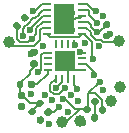
<source format=gbl>
G04 #@! TF.GenerationSoftware,KiCad,Pcbnew,(5.1.7)-1*
G04 #@! TF.CreationDate,2021-10-31T20:58:24-07:00*
G04 #@! TF.ProjectId,tiny_trollerV2,74696e79-5f74-4726-9f6c-6c657256322e,rev?*
G04 #@! TF.SameCoordinates,Original*
G04 #@! TF.FileFunction,Copper,L4,Bot*
G04 #@! TF.FilePolarity,Positive*
%FSLAX46Y46*%
G04 Gerber Fmt 4.6, Leading zero omitted, Abs format (unit mm)*
G04 Created by KiCad (PCBNEW (5.1.7)-1) date 2021-10-31 20:58:24*
%MOMM*%
%LPD*%
G01*
G04 APERTURE LIST*
G04 #@! TA.AperFunction,SMDPad,CuDef*
%ADD10C,1.000000*%
G04 #@! TD*
G04 #@! TA.AperFunction,SMDPad,CuDef*
%ADD11R,0.254000X0.711200*%
G04 #@! TD*
G04 #@! TA.AperFunction,SMDPad,CuDef*
%ADD12R,0.711200X0.254000*%
G04 #@! TD*
G04 #@! TA.AperFunction,SMDPad,CuDef*
%ADD13R,1.701800X1.701800*%
G04 #@! TD*
G04 #@! TA.AperFunction,SMDPad,CuDef*
%ADD14R,0.757199X0.254800*%
G04 #@! TD*
G04 #@! TA.AperFunction,SMDPad,CuDef*
%ADD15R,1.803400X2.590800*%
G04 #@! TD*
G04 #@! TA.AperFunction,ViaPad*
%ADD16C,0.600000*%
G04 #@! TD*
G04 #@! TA.AperFunction,Conductor*
%ADD17C,0.152400*%
G04 #@! TD*
G04 APERTURE END LIST*
G04 #@! TA.AperFunction,SMDPad,CuDef*
G36*
G01*
X160057500Y-107091300D02*
X160057500Y-106751300D01*
G75*
G02*
X160197500Y-106611300I140000J0D01*
G01*
X160477500Y-106611300D01*
G75*
G02*
X160617500Y-106751300I0J-140000D01*
G01*
X160617500Y-107091300D01*
G75*
G02*
X160477500Y-107231300I-140000J0D01*
G01*
X160197500Y-107231300D01*
G75*
G02*
X160057500Y-107091300I0J140000D01*
G01*
G37*
G04 #@! TD.AperFunction*
G04 #@! TA.AperFunction,SMDPad,CuDef*
G36*
G01*
X159097500Y-107091300D02*
X159097500Y-106751300D01*
G75*
G02*
X159237500Y-106611300I140000J0D01*
G01*
X159517500Y-106611300D01*
G75*
G02*
X159657500Y-106751300I0J-140000D01*
G01*
X159657500Y-107091300D01*
G75*
G02*
X159517500Y-107231300I-140000J0D01*
G01*
X159237500Y-107231300D01*
G75*
G02*
X159097500Y-107091300I0J140000D01*
G01*
G37*
G04 #@! TD.AperFunction*
D10*
X167090000Y-108300000D03*
G04 #@! TA.AperFunction,SMDPad,CuDef*
G36*
G01*
X159185720Y-101622826D02*
X159433892Y-101862483D01*
G75*
G02*
X159437533Y-102071048I-102462J-106103D01*
G01*
X159232609Y-102283253D01*
G75*
G02*
X159024044Y-102286894I-106103J102462D01*
G01*
X158775872Y-102047237D01*
G75*
G02*
X158772231Y-101838672I102462J106103D01*
G01*
X158977155Y-101626467D01*
G75*
G02*
X159185720Y-101622826I106103J-102462D01*
G01*
G37*
G04 #@! TD.AperFunction*
G04 #@! TA.AperFunction,SMDPad,CuDef*
G36*
G01*
X159859538Y-100925066D02*
X160107710Y-101164723D01*
G75*
G02*
X160111351Y-101373288I-102462J-106103D01*
G01*
X159906427Y-101585493D01*
G75*
G02*
X159697862Y-101589134I-106103J102462D01*
G01*
X159449690Y-101349477D01*
G75*
G02*
X159446049Y-101140912I102462J106103D01*
G01*
X159650973Y-100928707D01*
G75*
G02*
X159859538Y-100925066I106103J-102462D01*
G01*
G37*
G04 #@! TD.AperFunction*
G04 #@! TA.AperFunction,SMDPad,CuDef*
G36*
G01*
X159659100Y-108125900D02*
X159314100Y-108125900D01*
G75*
G02*
X159166600Y-107978400I0J147500D01*
G01*
X159166600Y-107683400D01*
G75*
G02*
X159314100Y-107535900I147500J0D01*
G01*
X159659100Y-107535900D01*
G75*
G02*
X159806600Y-107683400I0J-147500D01*
G01*
X159806600Y-107978400D01*
G75*
G02*
X159659100Y-108125900I-147500J0D01*
G01*
G37*
G04 #@! TD.AperFunction*
G04 #@! TA.AperFunction,SMDPad,CuDef*
G36*
G01*
X159659100Y-109095900D02*
X159314100Y-109095900D01*
G75*
G02*
X159166600Y-108948400I0J147500D01*
G01*
X159166600Y-108653400D01*
G75*
G02*
X159314100Y-108505900I147500J0D01*
G01*
X159659100Y-108505900D01*
G75*
G02*
X159806600Y-108653400I0J-147500D01*
G01*
X159806600Y-108948400D01*
G75*
G02*
X159659100Y-109095900I-147500J0D01*
G01*
G37*
G04 #@! TD.AperFunction*
G04 #@! TA.AperFunction,SMDPad,CuDef*
G36*
G01*
X165651040Y-108689376D02*
X165410624Y-108448960D01*
G75*
G02*
X165410624Y-108250970I98995J98995D01*
G01*
X165608614Y-108052980D01*
G75*
G02*
X165806604Y-108052980I98995J-98995D01*
G01*
X166047020Y-108293396D01*
G75*
G02*
X166047020Y-108491386I-98995J-98995D01*
G01*
X165849030Y-108689376D01*
G75*
G02*
X165651040Y-108689376I-98995J98995D01*
G01*
G37*
G04 #@! TD.AperFunction*
G04 #@! TA.AperFunction,SMDPad,CuDef*
G36*
G01*
X164972218Y-109368198D02*
X164731802Y-109127782D01*
G75*
G02*
X164731802Y-108929792I98995J98995D01*
G01*
X164929792Y-108731802D01*
G75*
G02*
X165127782Y-108731802I98995J-98995D01*
G01*
X165368198Y-108972218D01*
G75*
G02*
X165368198Y-109170208I-98995J-98995D01*
G01*
X165170208Y-109368198D01*
G75*
G02*
X164972218Y-109368198I-98995J98995D01*
G01*
G37*
G04 #@! TD.AperFunction*
X158432500Y-103301800D03*
G04 #@! TA.AperFunction,SMDPad,CuDef*
G36*
G01*
X160717709Y-109275080D02*
X160456080Y-109536709D01*
G75*
G02*
X160265162Y-109536709I-95459J95459D01*
G01*
X160074243Y-109345790D01*
G75*
G02*
X160074243Y-109154872I95459J95459D01*
G01*
X160335872Y-108893243D01*
G75*
G02*
X160526790Y-108893243I95459J-95459D01*
G01*
X160717709Y-109084162D01*
G75*
G02*
X160717709Y-109275080I-95459J-95459D01*
G01*
G37*
G04 #@! TD.AperFunction*
G04 #@! TA.AperFunction,SMDPad,CuDef*
G36*
G01*
X161438957Y-109996328D02*
X161177328Y-110257957D01*
G75*
G02*
X160986410Y-110257957I-95459J95459D01*
G01*
X160795491Y-110067038D01*
G75*
G02*
X160795491Y-109876120I95459J95459D01*
G01*
X161057120Y-109614491D01*
G75*
G02*
X161248038Y-109614491I95459J-95459D01*
G01*
X161438957Y-109805410D01*
G75*
G02*
X161438957Y-109996328I-95459J-95459D01*
G01*
G37*
G04 #@! TD.AperFunction*
X167779700Y-103238300D03*
G04 #@! TA.AperFunction,SMDPad,CuDef*
G36*
G01*
X161360385Y-108584256D02*
X161098756Y-108845885D01*
G75*
G02*
X160907838Y-108845885I-95459J95459D01*
G01*
X160716919Y-108654966D01*
G75*
G02*
X160716919Y-108464048I95459J95459D01*
G01*
X160978548Y-108202419D01*
G75*
G02*
X161169466Y-108202419I95459J-95459D01*
G01*
X161360385Y-108393338D01*
G75*
G02*
X161360385Y-108584256I-95459J-95459D01*
G01*
G37*
G04 #@! TD.AperFunction*
G04 #@! TA.AperFunction,SMDPad,CuDef*
G36*
G01*
X162081633Y-109305504D02*
X161820004Y-109567133D01*
G75*
G02*
X161629086Y-109567133I-95459J95459D01*
G01*
X161438167Y-109376214D01*
G75*
G02*
X161438167Y-109185296I95459J95459D01*
G01*
X161699796Y-108923667D01*
G75*
G02*
X161890714Y-108923667I95459J-95459D01*
G01*
X162081633Y-109114586D01*
G75*
G02*
X162081633Y-109305504I-95459J-95459D01*
G01*
G37*
G04 #@! TD.AperFunction*
G04 #@! TA.AperFunction,SMDPad,CuDef*
G36*
G01*
X166882900Y-102126500D02*
X166542900Y-102126500D01*
G75*
G02*
X166402900Y-101986500I0J140000D01*
G01*
X166402900Y-101706500D01*
G75*
G02*
X166542900Y-101566500I140000J0D01*
G01*
X166882900Y-101566500D01*
G75*
G02*
X167022900Y-101706500I0J-140000D01*
G01*
X167022900Y-101986500D01*
G75*
G02*
X166882900Y-102126500I-140000J0D01*
G01*
G37*
G04 #@! TD.AperFunction*
G04 #@! TA.AperFunction,SMDPad,CuDef*
G36*
G01*
X166882900Y-103086500D02*
X166542900Y-103086500D01*
G75*
G02*
X166402900Y-102946500I0J140000D01*
G01*
X166402900Y-102666500D01*
G75*
G02*
X166542900Y-102526500I140000J0D01*
G01*
X166882900Y-102526500D01*
G75*
G02*
X167022900Y-102666500I0J-140000D01*
G01*
X167022900Y-102946500D01*
G75*
G02*
X166882900Y-103086500I-140000J0D01*
G01*
G37*
G04 #@! TD.AperFunction*
D11*
X162406899Y-103515500D03*
X162906900Y-103515500D03*
X163406900Y-103515500D03*
X163906901Y-103515500D03*
D12*
X164606900Y-104215499D03*
X164606900Y-104715500D03*
X164606900Y-105215500D03*
X164606900Y-105715501D03*
D11*
X163906901Y-106415500D03*
X163406900Y-106415500D03*
X162906900Y-106415500D03*
X162406899Y-106415500D03*
D12*
X161706900Y-105715501D03*
X161706900Y-105215500D03*
X161706900Y-104715500D03*
X161706900Y-104215499D03*
D13*
X163156900Y-104965500D03*
G04 #@! TA.AperFunction,SMDPad,CuDef*
G36*
G01*
X160380900Y-104873700D02*
X160725900Y-104873700D01*
G75*
G02*
X160873400Y-105021200I0J-147500D01*
G01*
X160873400Y-105316200D01*
G75*
G02*
X160725900Y-105463700I-147500J0D01*
G01*
X160380900Y-105463700D01*
G75*
G02*
X160233400Y-105316200I0J147500D01*
G01*
X160233400Y-105021200D01*
G75*
G02*
X160380900Y-104873700I147500J0D01*
G01*
G37*
G04 #@! TD.AperFunction*
G04 #@! TA.AperFunction,SMDPad,CuDef*
G36*
G01*
X160380900Y-103903700D02*
X160725900Y-103903700D01*
G75*
G02*
X160873400Y-104051200I0J-147500D01*
G01*
X160873400Y-104346200D01*
G75*
G02*
X160725900Y-104493700I-147500J0D01*
G01*
X160380900Y-104493700D01*
G75*
G02*
X160233400Y-104346200I0J147500D01*
G01*
X160233400Y-104051200D01*
G75*
G02*
X160380900Y-103903700I147500J0D01*
G01*
G37*
G04 #@! TD.AperFunction*
D14*
X161660700Y-102608700D03*
X161660700Y-102108701D03*
X161660700Y-101608700D03*
X161660700Y-101108700D03*
X161660700Y-100608699D03*
X161660700Y-100108700D03*
X164602300Y-100108700D03*
X164602300Y-100608699D03*
X164602300Y-101108700D03*
X164602300Y-101608700D03*
X164602300Y-102108701D03*
X164602300Y-102608700D03*
D15*
X163131500Y-101358700D03*
D10*
X162953700Y-110134400D03*
X164460000Y-109990000D03*
X167817800Y-107124500D03*
G04 #@! TA.AperFunction,SMDPad,CuDef*
G36*
G01*
X166262218Y-109398198D02*
X166021802Y-109157782D01*
G75*
G02*
X166021802Y-108959792I98995J98995D01*
G01*
X166219792Y-108761802D01*
G75*
G02*
X166417782Y-108761802I98995J-98995D01*
G01*
X166658198Y-109002218D01*
G75*
G02*
X166658198Y-109200208I-98995J-98995D01*
G01*
X166460208Y-109398198D01*
G75*
G02*
X166262218Y-109398198I-98995J98995D01*
G01*
G37*
G04 #@! TD.AperFunction*
G04 #@! TA.AperFunction,SMDPad,CuDef*
G36*
G01*
X165583396Y-110077020D02*
X165342980Y-109836604D01*
G75*
G02*
X165342980Y-109638614I98995J98995D01*
G01*
X165540970Y-109440624D01*
G75*
G02*
X165738960Y-109440624I98995J-98995D01*
G01*
X165979376Y-109681040D01*
G75*
G02*
X165979376Y-109879030I-98995J-98995D01*
G01*
X165781386Y-110077020D01*
G75*
G02*
X165583396Y-110077020I-98995J98995D01*
G01*
G37*
G04 #@! TD.AperFunction*
D16*
X163779200Y-102323900D03*
X163779200Y-100838000D03*
X166966900Y-102654100D03*
X167817800Y-107111800D03*
X159499304Y-107851004D03*
X165747700Y-109689900D03*
X166377934Y-101136328D03*
X163011386Y-108168790D03*
X162491712Y-101511464D03*
X163732533Y-104327417D03*
X166107963Y-106685230D03*
X160337500Y-106895900D03*
X161099547Y-109918594D03*
X165770392Y-100685719D03*
X162660367Y-108840233D03*
X165889983Y-102506873D03*
X160359283Y-103065103D03*
X163993129Y-103546192D03*
X165641310Y-106095011D03*
X162448519Y-107223564D03*
X160901496Y-105891011D03*
X164250848Y-108335751D03*
X164460218Y-104136084D03*
X164188308Y-107272209D03*
X163201073Y-107234021D03*
X160220079Y-102318529D03*
X165555532Y-104767507D03*
X163398788Y-109208822D03*
X165920576Y-101755084D03*
X160485047Y-100728490D03*
X162072376Y-108269940D03*
X159651062Y-102810814D03*
X161845563Y-110261824D03*
X161489079Y-107784799D03*
X164666626Y-110205929D03*
X167233600Y-108267500D03*
X160268511Y-107714180D03*
X166014947Y-103687409D03*
X166375637Y-107403182D03*
X163684084Y-107830672D03*
X164859472Y-103406112D03*
X161294746Y-103638964D03*
X159499300Y-108800900D03*
X159778700Y-101257100D03*
X160289729Y-104379574D03*
D17*
X163406900Y-105215500D02*
X163156900Y-104965500D01*
X163406900Y-106415500D02*
X163406900Y-105215500D01*
X163906901Y-105715501D02*
X163156900Y-104965500D01*
X164606900Y-105715501D02*
X163906901Y-105715501D01*
X160395976Y-109166828D02*
X161038652Y-108524152D01*
X160395976Y-109222652D02*
X160395976Y-109166828D01*
X163995100Y-101298419D02*
X163995100Y-101358700D01*
X163995100Y-101358700D02*
X163535968Y-101358700D01*
X164040820Y-101252699D02*
X163995100Y-101298419D01*
X164458301Y-101252699D02*
X164040820Y-101252699D01*
X163535968Y-101358700D02*
X163131500Y-101358700D01*
X164602300Y-101108700D02*
X164458301Y-101252699D01*
X166827200Y-102793800D02*
X166966900Y-102654100D01*
X166712900Y-102793800D02*
X166827200Y-102793800D01*
X161038652Y-108524152D02*
X160172452Y-108524152D01*
X160172452Y-108524152D02*
X159499304Y-107851004D01*
X159377500Y-107721800D02*
X159486600Y-107830900D01*
X163266130Y-110134400D02*
X164428808Y-108971722D01*
X162953700Y-110134400D02*
X163266130Y-110134400D01*
X164428808Y-108971722D02*
X165119678Y-108971722D01*
X165119678Y-108971722D02*
X163986006Y-108971722D01*
X163986006Y-108971722D02*
X163183074Y-108168790D01*
X163183074Y-108168790D02*
X163011386Y-108168790D01*
X159377500Y-106921300D02*
X159377500Y-107721800D01*
X160553400Y-105463700D02*
X160553400Y-105168700D01*
X160208064Y-106001704D02*
X160208064Y-105809036D01*
X159377500Y-106832268D02*
X160208064Y-106001704D01*
X160208064Y-105809036D02*
X160553400Y-105463700D01*
X159377500Y-106921300D02*
X159377500Y-106832268D01*
X165680000Y-109627922D02*
X165738489Y-109686411D01*
X165680000Y-108411400D02*
X165680000Y-109627922D01*
X165798500Y-108292900D02*
X165680000Y-108411400D01*
X165807964Y-106985229D02*
X166107963Y-106685230D01*
X165119678Y-108971722D02*
X165119678Y-107673515D01*
X165119678Y-107673515D02*
X166107963Y-106685230D01*
X160831301Y-106870500D02*
X160210500Y-106870500D01*
X161706900Y-105994901D02*
X160831301Y-106870500D01*
X161706900Y-105715501D02*
X161706900Y-105994901D01*
X165743515Y-107673515D02*
X165119678Y-107673515D01*
X165853365Y-107783365D02*
X165743515Y-107673515D01*
X165860295Y-107783365D02*
X165853365Y-107783365D01*
X166316635Y-108239705D02*
X165860295Y-107783365D01*
X166316635Y-108906913D02*
X166316635Y-108239705D01*
X166417311Y-109007589D02*
X166316635Y-108906913D01*
X164602300Y-100108700D02*
X165070183Y-100108700D01*
X165070183Y-100108700D02*
X165647202Y-100685719D01*
X165647202Y-100685719D02*
X165770392Y-100685719D01*
X161759900Y-109245400D02*
X162255200Y-109245400D01*
X162255200Y-109245400D02*
X162660367Y-108840233D01*
X161660700Y-101608700D02*
X161324535Y-101608700D01*
X165371712Y-102082330D02*
X165795245Y-102505863D01*
X165795245Y-102505863D02*
X165840436Y-102505863D01*
X165371712Y-101847113D02*
X165371712Y-102082330D01*
X165133299Y-101608700D02*
X165371712Y-101847113D01*
X164602300Y-101608700D02*
X165133299Y-101608700D01*
X166712900Y-101884600D02*
X166090627Y-102506873D01*
X166090627Y-102506873D02*
X165889983Y-102506873D01*
X160748689Y-102675697D02*
X160359283Y-103065103D01*
X160748689Y-102172163D02*
X160748689Y-102675697D01*
X161312152Y-101608700D02*
X160748689Y-102172163D01*
X161660700Y-101608700D02*
X161312152Y-101608700D01*
X160084971Y-103339415D02*
X160359283Y-103065103D01*
X159397333Y-103339415D02*
X160084971Y-103339415D01*
X159122461Y-103064543D02*
X159397333Y-103339415D01*
X159122461Y-101972439D02*
X159122461Y-103064543D01*
X159104882Y-101954860D02*
X159122461Y-101972439D01*
X165641310Y-105881310D02*
X165641310Y-106095011D01*
X164975500Y-105215500D02*
X165641310Y-105881310D01*
X164606900Y-105215500D02*
X164975500Y-105215500D01*
X162906900Y-106415500D02*
X162906900Y-106734788D01*
X162448519Y-107193169D02*
X162448519Y-107223564D01*
X162906900Y-106734788D02*
X162448519Y-107193169D01*
X161122699Y-105669808D02*
X161122699Y-104405619D01*
X161122699Y-104405619D02*
X161312819Y-104215499D01*
X160901496Y-105891011D02*
X161122699Y-105669808D01*
X161312819Y-104215499D02*
X161706900Y-104215499D01*
X164539633Y-104215499D02*
X164460218Y-104136084D01*
X164606900Y-104215499D02*
X164539633Y-104215499D01*
X163906901Y-106990802D02*
X164188308Y-107272209D01*
X163906901Y-106415500D02*
X163906901Y-106990802D01*
X163078715Y-107216560D02*
X163183612Y-107216560D01*
X163183612Y-107216560D02*
X163201073Y-107234021D01*
X161919917Y-107469636D02*
X162209781Y-107759500D01*
X162406899Y-106415500D02*
X161919917Y-106902482D01*
X161919917Y-106902482D02*
X161919917Y-107469636D01*
X162209781Y-107759500D02*
X162675594Y-107759500D01*
X162675594Y-107759500D02*
X163201073Y-107234021D01*
X161660700Y-101108700D02*
X161321476Y-101108700D01*
X160220079Y-102210097D02*
X160220079Y-102318529D01*
X161321476Y-101108700D02*
X160220079Y-102210097D01*
X164602300Y-102608700D02*
X164692315Y-102608700D01*
X165486346Y-103282595D02*
X165486346Y-104698321D01*
X165486346Y-104698321D02*
X165555532Y-104767507D01*
X164812451Y-102608700D02*
X165486346Y-103282595D01*
X164602300Y-102608700D02*
X164812451Y-102608700D01*
X161934701Y-102882701D02*
X164328299Y-102882701D01*
X161660700Y-102608700D02*
X161934701Y-102882701D01*
X164328299Y-102882701D02*
X164602300Y-102608700D01*
X165209501Y-101044009D02*
X165920576Y-101755084D01*
X165133299Y-100608699D02*
X165209501Y-100684901D01*
X164602300Y-100608699D02*
X165133299Y-100608699D01*
X165209501Y-100684901D02*
X165209501Y-101044009D01*
X160621416Y-100728490D02*
X160485047Y-100728490D01*
X161241206Y-100108700D02*
X160621416Y-100728490D01*
X161660700Y-100108700D02*
X161241206Y-100108700D01*
X159651062Y-102188105D02*
X159651062Y-102810814D01*
X159707518Y-102047289D02*
X159707518Y-102131649D01*
X159895688Y-101859119D02*
X159707518Y-102047289D01*
X159956106Y-101859119D02*
X159895688Y-101859119D01*
X159707518Y-102131649D02*
X159651062Y-102188105D01*
X160012025Y-101803200D02*
X159956106Y-101859119D01*
X160502600Y-101333300D02*
X160032700Y-101803200D01*
X160662632Y-101333300D02*
X160502600Y-101333300D01*
X160993102Y-101002830D02*
X160662632Y-101333300D01*
X160993102Y-100927750D02*
X160993102Y-101002830D01*
X161312153Y-100608699D02*
X160993102Y-100927750D01*
X160032700Y-101803200D02*
X160012025Y-101803200D01*
X161660700Y-100608699D02*
X161312153Y-100608699D01*
X160553400Y-104059000D02*
X160289729Y-104322671D01*
X160289729Y-104322671D02*
X160289729Y-104379574D01*
X166203905Y-103128799D02*
X166390216Y-103315110D01*
X164954102Y-102108701D02*
X165361382Y-102515981D01*
X165763617Y-103128799D02*
X166203905Y-103128799D01*
X165361382Y-102726564D02*
X165763617Y-103128799D01*
X166390216Y-103315110D02*
X167588590Y-103315110D01*
X165361382Y-102515981D02*
X165361382Y-102726564D01*
X164602300Y-102108701D02*
X164954102Y-102108701D01*
X167588590Y-103315110D02*
X167703500Y-103200200D01*
X161660700Y-102108701D02*
X161243218Y-102108701D01*
X161243218Y-102108701D02*
X161053500Y-102298419D01*
X158777661Y-103646961D02*
X158432500Y-103301800D01*
X161053500Y-102298419D02*
X161053500Y-103118454D01*
X161053500Y-103118454D02*
X160524993Y-103646961D01*
X160524993Y-103646961D02*
X158777661Y-103646961D01*
M02*

</source>
